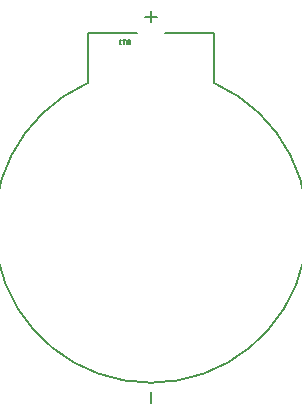
<source format=gbo>
G04*
G04 #@! TF.GenerationSoftware,Altium Limited,Altium Designer,21.3.2 (30)*
G04*
G04 Layer_Color=32896*
%FSLAX44Y44*%
%MOMM*%
G71*
G04*
G04 #@! TF.SameCoordinates,63FCB1AE-FA75-410F-B4B2-0E9A8DB9BD7B*
G04*
G04*
G04 #@! TF.FilePolarity,Positive*
G04*
G01*
G75*
%ADD12C,0.1270*%
D12*
X1152098Y777191D02*
G03*
X1259902Y777191I53902J-121065D01*
G01*
X1259500Y777369D02*
Y819619D01*
X1217500D02*
X1259500D01*
X1152500D02*
X1194500D01*
X1152500Y777369D02*
Y819619D01*
X1201000Y833619D02*
X1211000D01*
X1206000Y828619D02*
Y838619D01*
Y506119D02*
Y516119D01*
X1188444Y813932D02*
Y810124D01*
X1186539D01*
X1185904Y810758D01*
Y811393D01*
X1186539Y812028D01*
X1188444D01*
X1186539D01*
X1185904Y812663D01*
Y813298D01*
X1186539Y813932D01*
X1188444D01*
X1184635D02*
X1182096D01*
X1183365D01*
Y810124D01*
X1180826D02*
X1179556D01*
X1180191D01*
Y813932D01*
X1180826Y813298D01*
M02*

</source>
